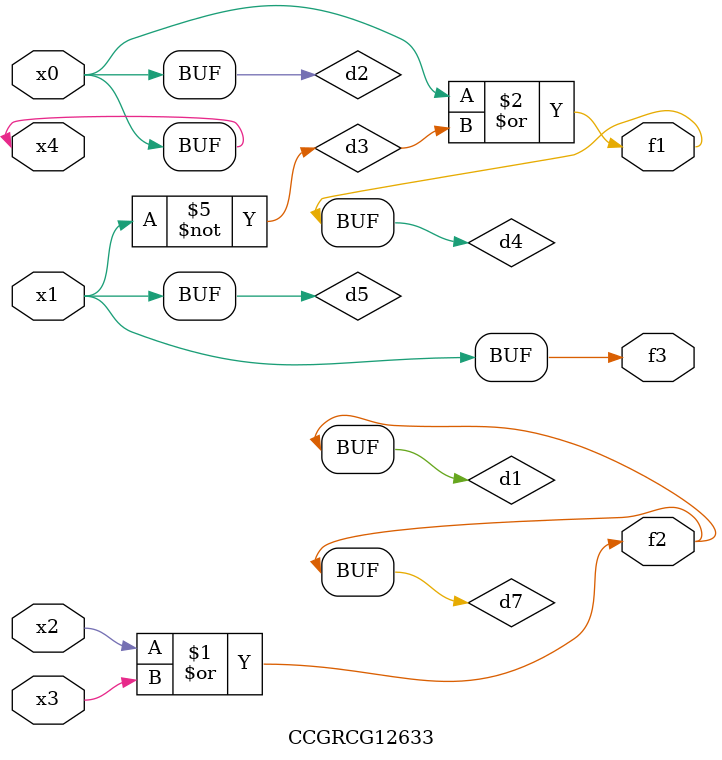
<source format=v>
module CCGRCG12633(
	input x0, x1, x2, x3, x4,
	output f1, f2, f3
);

	wire d1, d2, d3, d4, d5, d6, d7;

	or (d1, x2, x3);
	buf (d2, x0, x4);
	not (d3, x1);
	or (d4, d2, d3);
	not (d5, d3);
	nand (d6, d1, d3);
	or (d7, d1);
	assign f1 = d4;
	assign f2 = d7;
	assign f3 = d5;
endmodule

</source>
